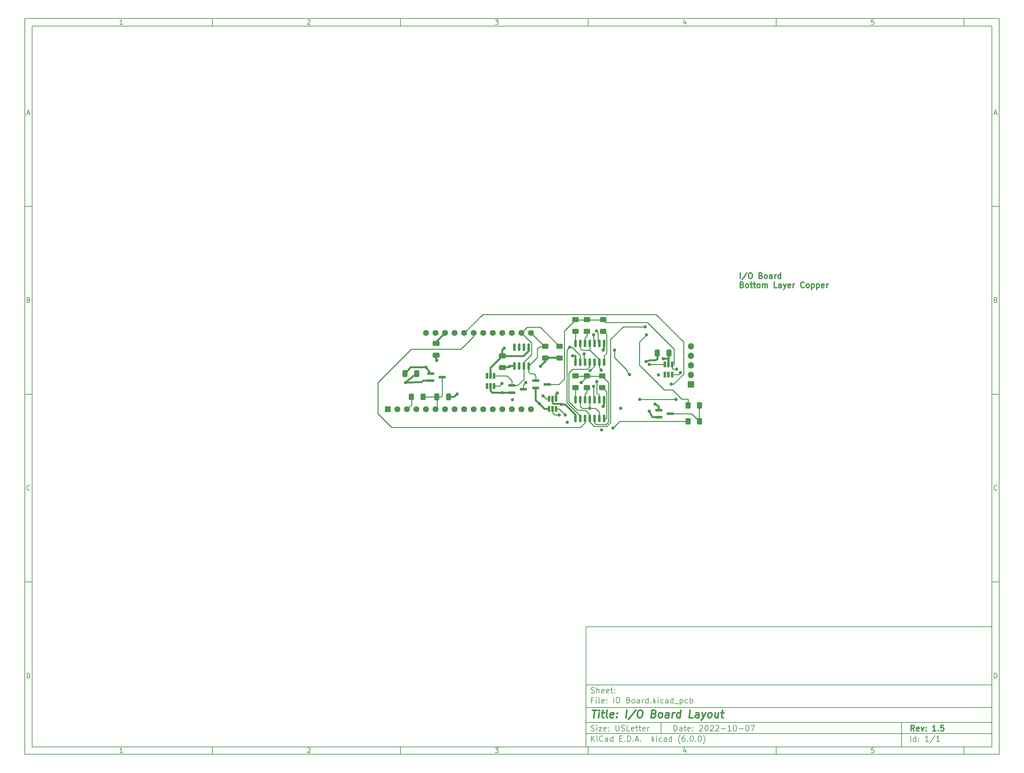
<source format=gbr>
G04 #@! TF.GenerationSoftware,KiCad,Pcbnew,(6.0.0)*
G04 #@! TF.CreationDate,2023-02-09T15:45:20-05:00*
G04 #@! TF.ProjectId,IO Board,494f2042-6f61-4726-942e-6b696361645f,1.5*
G04 #@! TF.SameCoordinates,Original*
G04 #@! TF.FileFunction,Copper,L4,Bot*
G04 #@! TF.FilePolarity,Positive*
%FSLAX46Y46*%
G04 Gerber Fmt 4.6, Leading zero omitted, Abs format (unit mm)*
G04 Created by KiCad (PCBNEW (6.0.0)) date 2023-02-09 15:45:20*
%MOMM*%
%LPD*%
G01*
G04 APERTURE LIST*
G04 Aperture macros list*
%AMRoundRect*
0 Rectangle with rounded corners*
0 $1 Rounding radius*
0 $2 $3 $4 $5 $6 $7 $8 $9 X,Y pos of 4 corners*
0 Add a 4 corners polygon primitive as box body*
4,1,4,$2,$3,$4,$5,$6,$7,$8,$9,$2,$3,0*
0 Add four circle primitives for the rounded corners*
1,1,$1+$1,$2,$3*
1,1,$1+$1,$4,$5*
1,1,$1+$1,$6,$7*
1,1,$1+$1,$8,$9*
0 Add four rect primitives between the rounded corners*
20,1,$1+$1,$2,$3,$4,$5,0*
20,1,$1+$1,$4,$5,$6,$7,0*
20,1,$1+$1,$6,$7,$8,$9,0*
20,1,$1+$1,$8,$9,$2,$3,0*%
G04 Aperture macros list end*
%ADD10C,0.100000*%
%ADD11C,0.150000*%
%ADD12C,0.300000*%
%ADD13C,0.400000*%
G04 #@! TA.AperFunction,NonConductor*
%ADD14C,0.300000*%
G04 #@! TD*
G04 #@! TA.AperFunction,ComponentPad*
%ADD15R,1.600000X1.600000*%
G04 #@! TD*
G04 #@! TA.AperFunction,ComponentPad*
%ADD16C,1.600000*%
G04 #@! TD*
G04 #@! TA.AperFunction,ComponentPad*
%ADD17R,1.700000X1.700000*%
G04 #@! TD*
G04 #@! TA.AperFunction,ComponentPad*
%ADD18O,1.700000X1.700000*%
G04 #@! TD*
G04 #@! TA.AperFunction,SMDPad,CuDef*
%ADD19R,1.900000X0.800000*%
G04 #@! TD*
G04 #@! TA.AperFunction,SMDPad,CuDef*
%ADD20RoundRect,0.250000X-0.625000X0.400000X-0.625000X-0.400000X0.625000X-0.400000X0.625000X0.400000X0*%
G04 #@! TD*
G04 #@! TA.AperFunction,SMDPad,CuDef*
%ADD21RoundRect,0.250000X0.625000X-0.400000X0.625000X0.400000X-0.625000X0.400000X-0.625000X-0.400000X0*%
G04 #@! TD*
G04 #@! TA.AperFunction,SMDPad,CuDef*
%ADD22R,0.650000X1.560000*%
G04 #@! TD*
G04 #@! TA.AperFunction,SMDPad,CuDef*
%ADD23RoundRect,0.250000X-0.412500X-0.650000X0.412500X-0.650000X0.412500X0.650000X-0.412500X0.650000X0*%
G04 #@! TD*
G04 #@! TA.AperFunction,SMDPad,CuDef*
%ADD24RoundRect,0.250000X0.650000X-0.412500X0.650000X0.412500X-0.650000X0.412500X-0.650000X-0.412500X0*%
G04 #@! TD*
G04 #@! TA.AperFunction,SMDPad,CuDef*
%ADD25RoundRect,0.250000X-0.650000X0.412500X-0.650000X-0.412500X0.650000X-0.412500X0.650000X0.412500X0*%
G04 #@! TD*
G04 #@! TA.AperFunction,SMDPad,CuDef*
%ADD26RoundRect,0.250000X0.400000X0.625000X-0.400000X0.625000X-0.400000X-0.625000X0.400000X-0.625000X0*%
G04 #@! TD*
G04 #@! TA.AperFunction,SMDPad,CuDef*
%ADD27RoundRect,0.150000X-0.150000X0.825000X-0.150000X-0.825000X0.150000X-0.825000X0.150000X0.825000X0*%
G04 #@! TD*
G04 #@! TA.AperFunction,SMDPad,CuDef*
%ADD28RoundRect,0.250000X-0.400000X-0.625000X0.400000X-0.625000X0.400000X0.625000X-0.400000X0.625000X0*%
G04 #@! TD*
G04 #@! TA.AperFunction,ViaPad*
%ADD29C,0.889000*%
G04 #@! TD*
G04 #@! TA.AperFunction,Conductor*
%ADD30C,0.508000*%
G04 #@! TD*
G04 #@! TA.AperFunction,Conductor*
%ADD31C,0.254000*%
G04 #@! TD*
G04 APERTURE END LIST*
D10*
D11*
X159400000Y-171900000D02*
X159400000Y-203900000D01*
X267400000Y-203900000D01*
X267400000Y-171900000D01*
X159400000Y-171900000D01*
D10*
D11*
X10000000Y-10000000D02*
X10000000Y-205900000D01*
X269400000Y-205900000D01*
X269400000Y-10000000D01*
X10000000Y-10000000D01*
D10*
D11*
X12000000Y-12000000D02*
X12000000Y-203900000D01*
X267400000Y-203900000D01*
X267400000Y-12000000D01*
X12000000Y-12000000D01*
D10*
D11*
X60000000Y-12000000D02*
X60000000Y-10000000D01*
D10*
D11*
X110000000Y-12000000D02*
X110000000Y-10000000D01*
D10*
D11*
X160000000Y-12000000D02*
X160000000Y-10000000D01*
D10*
D11*
X210000000Y-12000000D02*
X210000000Y-10000000D01*
D10*
D11*
X260000000Y-12000000D02*
X260000000Y-10000000D01*
D10*
D11*
X36065476Y-11588095D02*
X35322619Y-11588095D01*
X35694047Y-11588095D02*
X35694047Y-10288095D01*
X35570238Y-10473809D01*
X35446428Y-10597619D01*
X35322619Y-10659523D01*
D10*
D11*
X85322619Y-10411904D02*
X85384523Y-10350000D01*
X85508333Y-10288095D01*
X85817857Y-10288095D01*
X85941666Y-10350000D01*
X86003571Y-10411904D01*
X86065476Y-10535714D01*
X86065476Y-10659523D01*
X86003571Y-10845238D01*
X85260714Y-11588095D01*
X86065476Y-11588095D01*
D10*
D11*
X135260714Y-10288095D02*
X136065476Y-10288095D01*
X135632142Y-10783333D01*
X135817857Y-10783333D01*
X135941666Y-10845238D01*
X136003571Y-10907142D01*
X136065476Y-11030952D01*
X136065476Y-11340476D01*
X136003571Y-11464285D01*
X135941666Y-11526190D01*
X135817857Y-11588095D01*
X135446428Y-11588095D01*
X135322619Y-11526190D01*
X135260714Y-11464285D01*
D10*
D11*
X185941666Y-10721428D02*
X185941666Y-11588095D01*
X185632142Y-10226190D02*
X185322619Y-11154761D01*
X186127380Y-11154761D01*
D10*
D11*
X236003571Y-10288095D02*
X235384523Y-10288095D01*
X235322619Y-10907142D01*
X235384523Y-10845238D01*
X235508333Y-10783333D01*
X235817857Y-10783333D01*
X235941666Y-10845238D01*
X236003571Y-10907142D01*
X236065476Y-11030952D01*
X236065476Y-11340476D01*
X236003571Y-11464285D01*
X235941666Y-11526190D01*
X235817857Y-11588095D01*
X235508333Y-11588095D01*
X235384523Y-11526190D01*
X235322619Y-11464285D01*
D10*
D11*
X60000000Y-203900000D02*
X60000000Y-205900000D01*
D10*
D11*
X110000000Y-203900000D02*
X110000000Y-205900000D01*
D10*
D11*
X160000000Y-203900000D02*
X160000000Y-205900000D01*
D10*
D11*
X210000000Y-203900000D02*
X210000000Y-205900000D01*
D10*
D11*
X260000000Y-203900000D02*
X260000000Y-205900000D01*
D10*
D11*
X36065476Y-205488095D02*
X35322619Y-205488095D01*
X35694047Y-205488095D02*
X35694047Y-204188095D01*
X35570238Y-204373809D01*
X35446428Y-204497619D01*
X35322619Y-204559523D01*
D10*
D11*
X85322619Y-204311904D02*
X85384523Y-204250000D01*
X85508333Y-204188095D01*
X85817857Y-204188095D01*
X85941666Y-204250000D01*
X86003571Y-204311904D01*
X86065476Y-204435714D01*
X86065476Y-204559523D01*
X86003571Y-204745238D01*
X85260714Y-205488095D01*
X86065476Y-205488095D01*
D10*
D11*
X135260714Y-204188095D02*
X136065476Y-204188095D01*
X135632142Y-204683333D01*
X135817857Y-204683333D01*
X135941666Y-204745238D01*
X136003571Y-204807142D01*
X136065476Y-204930952D01*
X136065476Y-205240476D01*
X136003571Y-205364285D01*
X135941666Y-205426190D01*
X135817857Y-205488095D01*
X135446428Y-205488095D01*
X135322619Y-205426190D01*
X135260714Y-205364285D01*
D10*
D11*
X185941666Y-204621428D02*
X185941666Y-205488095D01*
X185632142Y-204126190D02*
X185322619Y-205054761D01*
X186127380Y-205054761D01*
D10*
D11*
X236003571Y-204188095D02*
X235384523Y-204188095D01*
X235322619Y-204807142D01*
X235384523Y-204745238D01*
X235508333Y-204683333D01*
X235817857Y-204683333D01*
X235941666Y-204745238D01*
X236003571Y-204807142D01*
X236065476Y-204930952D01*
X236065476Y-205240476D01*
X236003571Y-205364285D01*
X235941666Y-205426190D01*
X235817857Y-205488095D01*
X235508333Y-205488095D01*
X235384523Y-205426190D01*
X235322619Y-205364285D01*
D10*
D11*
X10000000Y-60000000D02*
X12000000Y-60000000D01*
D10*
D11*
X10000000Y-110000000D02*
X12000000Y-110000000D01*
D10*
D11*
X10000000Y-160000000D02*
X12000000Y-160000000D01*
D10*
D11*
X10690476Y-35216666D02*
X11309523Y-35216666D01*
X10566666Y-35588095D02*
X11000000Y-34288095D01*
X11433333Y-35588095D01*
D10*
D11*
X11092857Y-84907142D02*
X11278571Y-84969047D01*
X11340476Y-85030952D01*
X11402380Y-85154761D01*
X11402380Y-85340476D01*
X11340476Y-85464285D01*
X11278571Y-85526190D01*
X11154761Y-85588095D01*
X10659523Y-85588095D01*
X10659523Y-84288095D01*
X11092857Y-84288095D01*
X11216666Y-84350000D01*
X11278571Y-84411904D01*
X11340476Y-84535714D01*
X11340476Y-84659523D01*
X11278571Y-84783333D01*
X11216666Y-84845238D01*
X11092857Y-84907142D01*
X10659523Y-84907142D01*
D10*
D11*
X11402380Y-135464285D02*
X11340476Y-135526190D01*
X11154761Y-135588095D01*
X11030952Y-135588095D01*
X10845238Y-135526190D01*
X10721428Y-135402380D01*
X10659523Y-135278571D01*
X10597619Y-135030952D01*
X10597619Y-134845238D01*
X10659523Y-134597619D01*
X10721428Y-134473809D01*
X10845238Y-134350000D01*
X11030952Y-134288095D01*
X11154761Y-134288095D01*
X11340476Y-134350000D01*
X11402380Y-134411904D01*
D10*
D11*
X10659523Y-185588095D02*
X10659523Y-184288095D01*
X10969047Y-184288095D01*
X11154761Y-184350000D01*
X11278571Y-184473809D01*
X11340476Y-184597619D01*
X11402380Y-184845238D01*
X11402380Y-185030952D01*
X11340476Y-185278571D01*
X11278571Y-185402380D01*
X11154761Y-185526190D01*
X10969047Y-185588095D01*
X10659523Y-185588095D01*
D10*
D11*
X269400000Y-60000000D02*
X267400000Y-60000000D01*
D10*
D11*
X269400000Y-110000000D02*
X267400000Y-110000000D01*
D10*
D11*
X269400000Y-160000000D02*
X267400000Y-160000000D01*
D10*
D11*
X268090476Y-35216666D02*
X268709523Y-35216666D01*
X267966666Y-35588095D02*
X268400000Y-34288095D01*
X268833333Y-35588095D01*
D10*
D11*
X268492857Y-84907142D02*
X268678571Y-84969047D01*
X268740476Y-85030952D01*
X268802380Y-85154761D01*
X268802380Y-85340476D01*
X268740476Y-85464285D01*
X268678571Y-85526190D01*
X268554761Y-85588095D01*
X268059523Y-85588095D01*
X268059523Y-84288095D01*
X268492857Y-84288095D01*
X268616666Y-84350000D01*
X268678571Y-84411904D01*
X268740476Y-84535714D01*
X268740476Y-84659523D01*
X268678571Y-84783333D01*
X268616666Y-84845238D01*
X268492857Y-84907142D01*
X268059523Y-84907142D01*
D10*
D11*
X268802380Y-135464285D02*
X268740476Y-135526190D01*
X268554761Y-135588095D01*
X268430952Y-135588095D01*
X268245238Y-135526190D01*
X268121428Y-135402380D01*
X268059523Y-135278571D01*
X267997619Y-135030952D01*
X267997619Y-134845238D01*
X268059523Y-134597619D01*
X268121428Y-134473809D01*
X268245238Y-134350000D01*
X268430952Y-134288095D01*
X268554761Y-134288095D01*
X268740476Y-134350000D01*
X268802380Y-134411904D01*
D10*
D11*
X268059523Y-185588095D02*
X268059523Y-184288095D01*
X268369047Y-184288095D01*
X268554761Y-184350000D01*
X268678571Y-184473809D01*
X268740476Y-184597619D01*
X268802380Y-184845238D01*
X268802380Y-185030952D01*
X268740476Y-185278571D01*
X268678571Y-185402380D01*
X268554761Y-185526190D01*
X268369047Y-185588095D01*
X268059523Y-185588095D01*
D10*
D11*
X182832142Y-199678571D02*
X182832142Y-198178571D01*
X183189285Y-198178571D01*
X183403571Y-198250000D01*
X183546428Y-198392857D01*
X183617857Y-198535714D01*
X183689285Y-198821428D01*
X183689285Y-199035714D01*
X183617857Y-199321428D01*
X183546428Y-199464285D01*
X183403571Y-199607142D01*
X183189285Y-199678571D01*
X182832142Y-199678571D01*
X184975000Y-199678571D02*
X184975000Y-198892857D01*
X184903571Y-198750000D01*
X184760714Y-198678571D01*
X184475000Y-198678571D01*
X184332142Y-198750000D01*
X184975000Y-199607142D02*
X184832142Y-199678571D01*
X184475000Y-199678571D01*
X184332142Y-199607142D01*
X184260714Y-199464285D01*
X184260714Y-199321428D01*
X184332142Y-199178571D01*
X184475000Y-199107142D01*
X184832142Y-199107142D01*
X184975000Y-199035714D01*
X185475000Y-198678571D02*
X186046428Y-198678571D01*
X185689285Y-198178571D02*
X185689285Y-199464285D01*
X185760714Y-199607142D01*
X185903571Y-199678571D01*
X186046428Y-199678571D01*
X187117857Y-199607142D02*
X186975000Y-199678571D01*
X186689285Y-199678571D01*
X186546428Y-199607142D01*
X186475000Y-199464285D01*
X186475000Y-198892857D01*
X186546428Y-198750000D01*
X186689285Y-198678571D01*
X186975000Y-198678571D01*
X187117857Y-198750000D01*
X187189285Y-198892857D01*
X187189285Y-199035714D01*
X186475000Y-199178571D01*
X187832142Y-199535714D02*
X187903571Y-199607142D01*
X187832142Y-199678571D01*
X187760714Y-199607142D01*
X187832142Y-199535714D01*
X187832142Y-199678571D01*
X187832142Y-198750000D02*
X187903571Y-198821428D01*
X187832142Y-198892857D01*
X187760714Y-198821428D01*
X187832142Y-198750000D01*
X187832142Y-198892857D01*
X189617857Y-198321428D02*
X189689285Y-198250000D01*
X189832142Y-198178571D01*
X190189285Y-198178571D01*
X190332142Y-198250000D01*
X190403571Y-198321428D01*
X190475000Y-198464285D01*
X190475000Y-198607142D01*
X190403571Y-198821428D01*
X189546428Y-199678571D01*
X190475000Y-199678571D01*
X191403571Y-198178571D02*
X191546428Y-198178571D01*
X191689285Y-198250000D01*
X191760714Y-198321428D01*
X191832142Y-198464285D01*
X191903571Y-198750000D01*
X191903571Y-199107142D01*
X191832142Y-199392857D01*
X191760714Y-199535714D01*
X191689285Y-199607142D01*
X191546428Y-199678571D01*
X191403571Y-199678571D01*
X191260714Y-199607142D01*
X191189285Y-199535714D01*
X191117857Y-199392857D01*
X191046428Y-199107142D01*
X191046428Y-198750000D01*
X191117857Y-198464285D01*
X191189285Y-198321428D01*
X191260714Y-198250000D01*
X191403571Y-198178571D01*
X192475000Y-198321428D02*
X192546428Y-198250000D01*
X192689285Y-198178571D01*
X193046428Y-198178571D01*
X193189285Y-198250000D01*
X193260714Y-198321428D01*
X193332142Y-198464285D01*
X193332142Y-198607142D01*
X193260714Y-198821428D01*
X192403571Y-199678571D01*
X193332142Y-199678571D01*
X193903571Y-198321428D02*
X193975000Y-198250000D01*
X194117857Y-198178571D01*
X194475000Y-198178571D01*
X194617857Y-198250000D01*
X194689285Y-198321428D01*
X194760714Y-198464285D01*
X194760714Y-198607142D01*
X194689285Y-198821428D01*
X193832142Y-199678571D01*
X194760714Y-199678571D01*
X195403571Y-199107142D02*
X196546428Y-199107142D01*
X198046428Y-199678571D02*
X197189285Y-199678571D01*
X197617857Y-199678571D02*
X197617857Y-198178571D01*
X197475000Y-198392857D01*
X197332142Y-198535714D01*
X197189285Y-198607142D01*
X198975000Y-198178571D02*
X199117857Y-198178571D01*
X199260714Y-198250000D01*
X199332142Y-198321428D01*
X199403571Y-198464285D01*
X199475000Y-198750000D01*
X199475000Y-199107142D01*
X199403571Y-199392857D01*
X199332142Y-199535714D01*
X199260714Y-199607142D01*
X199117857Y-199678571D01*
X198975000Y-199678571D01*
X198832142Y-199607142D01*
X198760714Y-199535714D01*
X198689285Y-199392857D01*
X198617857Y-199107142D01*
X198617857Y-198750000D01*
X198689285Y-198464285D01*
X198760714Y-198321428D01*
X198832142Y-198250000D01*
X198975000Y-198178571D01*
X200117857Y-199107142D02*
X201260714Y-199107142D01*
X202260714Y-198178571D02*
X202403571Y-198178571D01*
X202546428Y-198250000D01*
X202617857Y-198321428D01*
X202689285Y-198464285D01*
X202760714Y-198750000D01*
X202760714Y-199107142D01*
X202689285Y-199392857D01*
X202617857Y-199535714D01*
X202546428Y-199607142D01*
X202403571Y-199678571D01*
X202260714Y-199678571D01*
X202117857Y-199607142D01*
X202046428Y-199535714D01*
X201975000Y-199392857D01*
X201903571Y-199107142D01*
X201903571Y-198750000D01*
X201975000Y-198464285D01*
X202046428Y-198321428D01*
X202117857Y-198250000D01*
X202260714Y-198178571D01*
X203260714Y-198178571D02*
X204260714Y-198178571D01*
X203617857Y-199678571D01*
D10*
D11*
X159400000Y-200400000D02*
X267400000Y-200400000D01*
D10*
D11*
X160832142Y-202478571D02*
X160832142Y-200978571D01*
X161689285Y-202478571D02*
X161046428Y-201621428D01*
X161689285Y-200978571D02*
X160832142Y-201835714D01*
X162332142Y-202478571D02*
X162332142Y-201478571D01*
X162332142Y-200978571D02*
X162260714Y-201050000D01*
X162332142Y-201121428D01*
X162403571Y-201050000D01*
X162332142Y-200978571D01*
X162332142Y-201121428D01*
X163903571Y-202335714D02*
X163832142Y-202407142D01*
X163617857Y-202478571D01*
X163475000Y-202478571D01*
X163260714Y-202407142D01*
X163117857Y-202264285D01*
X163046428Y-202121428D01*
X162975000Y-201835714D01*
X162975000Y-201621428D01*
X163046428Y-201335714D01*
X163117857Y-201192857D01*
X163260714Y-201050000D01*
X163475000Y-200978571D01*
X163617857Y-200978571D01*
X163832142Y-201050000D01*
X163903571Y-201121428D01*
X165189285Y-202478571D02*
X165189285Y-201692857D01*
X165117857Y-201550000D01*
X164975000Y-201478571D01*
X164689285Y-201478571D01*
X164546428Y-201550000D01*
X165189285Y-202407142D02*
X165046428Y-202478571D01*
X164689285Y-202478571D01*
X164546428Y-202407142D01*
X164475000Y-202264285D01*
X164475000Y-202121428D01*
X164546428Y-201978571D01*
X164689285Y-201907142D01*
X165046428Y-201907142D01*
X165189285Y-201835714D01*
X166546428Y-202478571D02*
X166546428Y-200978571D01*
X166546428Y-202407142D02*
X166403571Y-202478571D01*
X166117857Y-202478571D01*
X165975000Y-202407142D01*
X165903571Y-202335714D01*
X165832142Y-202192857D01*
X165832142Y-201764285D01*
X165903571Y-201621428D01*
X165975000Y-201550000D01*
X166117857Y-201478571D01*
X166403571Y-201478571D01*
X166546428Y-201550000D01*
X168403571Y-201692857D02*
X168903571Y-201692857D01*
X169117857Y-202478571D02*
X168403571Y-202478571D01*
X168403571Y-200978571D01*
X169117857Y-200978571D01*
X169760714Y-202335714D02*
X169832142Y-202407142D01*
X169760714Y-202478571D01*
X169689285Y-202407142D01*
X169760714Y-202335714D01*
X169760714Y-202478571D01*
X170475000Y-202478571D02*
X170475000Y-200978571D01*
X170832142Y-200978571D01*
X171046428Y-201050000D01*
X171189285Y-201192857D01*
X171260714Y-201335714D01*
X171332142Y-201621428D01*
X171332142Y-201835714D01*
X171260714Y-202121428D01*
X171189285Y-202264285D01*
X171046428Y-202407142D01*
X170832142Y-202478571D01*
X170475000Y-202478571D01*
X171975000Y-202335714D02*
X172046428Y-202407142D01*
X171975000Y-202478571D01*
X171903571Y-202407142D01*
X171975000Y-202335714D01*
X171975000Y-202478571D01*
X172617857Y-202050000D02*
X173332142Y-202050000D01*
X172475000Y-202478571D02*
X172975000Y-200978571D01*
X173475000Y-202478571D01*
X173975000Y-202335714D02*
X174046428Y-202407142D01*
X173975000Y-202478571D01*
X173903571Y-202407142D01*
X173975000Y-202335714D01*
X173975000Y-202478571D01*
X176975000Y-202478571D02*
X176975000Y-200978571D01*
X177117857Y-201907142D02*
X177546428Y-202478571D01*
X177546428Y-201478571D02*
X176975000Y-202050000D01*
X178189285Y-202478571D02*
X178189285Y-201478571D01*
X178189285Y-200978571D02*
X178117857Y-201050000D01*
X178189285Y-201121428D01*
X178260714Y-201050000D01*
X178189285Y-200978571D01*
X178189285Y-201121428D01*
X179546428Y-202407142D02*
X179403571Y-202478571D01*
X179117857Y-202478571D01*
X178975000Y-202407142D01*
X178903571Y-202335714D01*
X178832142Y-202192857D01*
X178832142Y-201764285D01*
X178903571Y-201621428D01*
X178975000Y-201550000D01*
X179117857Y-201478571D01*
X179403571Y-201478571D01*
X179546428Y-201550000D01*
X180832142Y-202478571D02*
X180832142Y-201692857D01*
X180760714Y-201550000D01*
X180617857Y-201478571D01*
X180332142Y-201478571D01*
X180189285Y-201550000D01*
X180832142Y-202407142D02*
X180689285Y-202478571D01*
X180332142Y-202478571D01*
X180189285Y-202407142D01*
X180117857Y-202264285D01*
X180117857Y-202121428D01*
X180189285Y-201978571D01*
X180332142Y-201907142D01*
X180689285Y-201907142D01*
X180832142Y-201835714D01*
X182189285Y-202478571D02*
X182189285Y-200978571D01*
X182189285Y-202407142D02*
X182046428Y-202478571D01*
X181760714Y-202478571D01*
X181617857Y-202407142D01*
X181546428Y-202335714D01*
X181475000Y-202192857D01*
X181475000Y-201764285D01*
X181546428Y-201621428D01*
X181617857Y-201550000D01*
X181760714Y-201478571D01*
X182046428Y-201478571D01*
X182189285Y-201550000D01*
X184475000Y-203050000D02*
X184403571Y-202978571D01*
X184260714Y-202764285D01*
X184189285Y-202621428D01*
X184117857Y-202407142D01*
X184046428Y-202050000D01*
X184046428Y-201764285D01*
X184117857Y-201407142D01*
X184189285Y-201192857D01*
X184260714Y-201050000D01*
X184403571Y-200835714D01*
X184475000Y-200764285D01*
X185689285Y-200978571D02*
X185403571Y-200978571D01*
X185260714Y-201050000D01*
X185189285Y-201121428D01*
X185046428Y-201335714D01*
X184975000Y-201621428D01*
X184975000Y-202192857D01*
X185046428Y-202335714D01*
X185117857Y-202407142D01*
X185260714Y-202478571D01*
X185546428Y-202478571D01*
X185689285Y-202407142D01*
X185760714Y-202335714D01*
X185832142Y-202192857D01*
X185832142Y-201835714D01*
X185760714Y-201692857D01*
X185689285Y-201621428D01*
X185546428Y-201550000D01*
X185260714Y-201550000D01*
X185117857Y-201621428D01*
X185046428Y-201692857D01*
X184975000Y-201835714D01*
X186475000Y-202335714D02*
X186546428Y-202407142D01*
X186475000Y-202478571D01*
X186403571Y-202407142D01*
X186475000Y-202335714D01*
X186475000Y-202478571D01*
X187475000Y-200978571D02*
X187617857Y-200978571D01*
X187760714Y-201050000D01*
X187832142Y-201121428D01*
X187903571Y-201264285D01*
X187975000Y-201550000D01*
X187975000Y-201907142D01*
X187903571Y-202192857D01*
X187832142Y-202335714D01*
X187760714Y-202407142D01*
X187617857Y-202478571D01*
X187475000Y-202478571D01*
X187332142Y-202407142D01*
X187260714Y-202335714D01*
X187189285Y-202192857D01*
X187117857Y-201907142D01*
X187117857Y-201550000D01*
X187189285Y-201264285D01*
X187260714Y-201121428D01*
X187332142Y-201050000D01*
X187475000Y-200978571D01*
X188617857Y-202335714D02*
X188689285Y-202407142D01*
X188617857Y-202478571D01*
X188546428Y-202407142D01*
X188617857Y-202335714D01*
X188617857Y-202478571D01*
X189617857Y-200978571D02*
X189760714Y-200978571D01*
X189903571Y-201050000D01*
X189975000Y-201121428D01*
X190046428Y-201264285D01*
X190117857Y-201550000D01*
X190117857Y-201907142D01*
X190046428Y-202192857D01*
X189975000Y-202335714D01*
X189903571Y-202407142D01*
X189760714Y-202478571D01*
X189617857Y-202478571D01*
X189475000Y-202407142D01*
X189403571Y-202335714D01*
X189332142Y-202192857D01*
X189260714Y-201907142D01*
X189260714Y-201550000D01*
X189332142Y-201264285D01*
X189403571Y-201121428D01*
X189475000Y-201050000D01*
X189617857Y-200978571D01*
X190617857Y-203050000D02*
X190689285Y-202978571D01*
X190832142Y-202764285D01*
X190903571Y-202621428D01*
X190975000Y-202407142D01*
X191046428Y-202050000D01*
X191046428Y-201764285D01*
X190975000Y-201407142D01*
X190903571Y-201192857D01*
X190832142Y-201050000D01*
X190689285Y-200835714D01*
X190617857Y-200764285D01*
D10*
D11*
X159400000Y-197400000D02*
X267400000Y-197400000D01*
D10*
D12*
X246809285Y-199678571D02*
X246309285Y-198964285D01*
X245952142Y-199678571D02*
X245952142Y-198178571D01*
X246523571Y-198178571D01*
X246666428Y-198250000D01*
X246737857Y-198321428D01*
X246809285Y-198464285D01*
X246809285Y-198678571D01*
X246737857Y-198821428D01*
X246666428Y-198892857D01*
X246523571Y-198964285D01*
X245952142Y-198964285D01*
X248023571Y-199607142D02*
X247880714Y-199678571D01*
X247595000Y-199678571D01*
X247452142Y-199607142D01*
X247380714Y-199464285D01*
X247380714Y-198892857D01*
X247452142Y-198750000D01*
X247595000Y-198678571D01*
X247880714Y-198678571D01*
X248023571Y-198750000D01*
X248095000Y-198892857D01*
X248095000Y-199035714D01*
X247380714Y-199178571D01*
X248595000Y-198678571D02*
X248952142Y-199678571D01*
X249309285Y-198678571D01*
X249880714Y-199535714D02*
X249952142Y-199607142D01*
X249880714Y-199678571D01*
X249809285Y-199607142D01*
X249880714Y-199535714D01*
X249880714Y-199678571D01*
X249880714Y-198750000D02*
X249952142Y-198821428D01*
X249880714Y-198892857D01*
X249809285Y-198821428D01*
X249880714Y-198750000D01*
X249880714Y-198892857D01*
X252523571Y-199678571D02*
X251666428Y-199678571D01*
X252095000Y-199678571D02*
X252095000Y-198178571D01*
X251952142Y-198392857D01*
X251809285Y-198535714D01*
X251666428Y-198607142D01*
X253166428Y-199535714D02*
X253237857Y-199607142D01*
X253166428Y-199678571D01*
X253095000Y-199607142D01*
X253166428Y-199535714D01*
X253166428Y-199678571D01*
X254595000Y-198178571D02*
X253880714Y-198178571D01*
X253809285Y-198892857D01*
X253880714Y-198821428D01*
X254023571Y-198750000D01*
X254380714Y-198750000D01*
X254523571Y-198821428D01*
X254595000Y-198892857D01*
X254666428Y-199035714D01*
X254666428Y-199392857D01*
X254595000Y-199535714D01*
X254523571Y-199607142D01*
X254380714Y-199678571D01*
X254023571Y-199678571D01*
X253880714Y-199607142D01*
X253809285Y-199535714D01*
D10*
D11*
X160760714Y-199607142D02*
X160975000Y-199678571D01*
X161332142Y-199678571D01*
X161475000Y-199607142D01*
X161546428Y-199535714D01*
X161617857Y-199392857D01*
X161617857Y-199250000D01*
X161546428Y-199107142D01*
X161475000Y-199035714D01*
X161332142Y-198964285D01*
X161046428Y-198892857D01*
X160903571Y-198821428D01*
X160832142Y-198750000D01*
X160760714Y-198607142D01*
X160760714Y-198464285D01*
X160832142Y-198321428D01*
X160903571Y-198250000D01*
X161046428Y-198178571D01*
X161403571Y-198178571D01*
X161617857Y-198250000D01*
X162260714Y-199678571D02*
X162260714Y-198678571D01*
X162260714Y-198178571D02*
X162189285Y-198250000D01*
X162260714Y-198321428D01*
X162332142Y-198250000D01*
X162260714Y-198178571D01*
X162260714Y-198321428D01*
X162832142Y-198678571D02*
X163617857Y-198678571D01*
X162832142Y-199678571D01*
X163617857Y-199678571D01*
X164760714Y-199607142D02*
X164617857Y-199678571D01*
X164332142Y-199678571D01*
X164189285Y-199607142D01*
X164117857Y-199464285D01*
X164117857Y-198892857D01*
X164189285Y-198750000D01*
X164332142Y-198678571D01*
X164617857Y-198678571D01*
X164760714Y-198750000D01*
X164832142Y-198892857D01*
X164832142Y-199035714D01*
X164117857Y-199178571D01*
X165475000Y-199535714D02*
X165546428Y-199607142D01*
X165475000Y-199678571D01*
X165403571Y-199607142D01*
X165475000Y-199535714D01*
X165475000Y-199678571D01*
X165475000Y-198750000D02*
X165546428Y-198821428D01*
X165475000Y-198892857D01*
X165403571Y-198821428D01*
X165475000Y-198750000D01*
X165475000Y-198892857D01*
X167332142Y-198178571D02*
X167332142Y-199392857D01*
X167403571Y-199535714D01*
X167475000Y-199607142D01*
X167617857Y-199678571D01*
X167903571Y-199678571D01*
X168046428Y-199607142D01*
X168117857Y-199535714D01*
X168189285Y-199392857D01*
X168189285Y-198178571D01*
X168832142Y-199607142D02*
X169046428Y-199678571D01*
X169403571Y-199678571D01*
X169546428Y-199607142D01*
X169617857Y-199535714D01*
X169689285Y-199392857D01*
X169689285Y-199250000D01*
X169617857Y-199107142D01*
X169546428Y-199035714D01*
X169403571Y-198964285D01*
X169117857Y-198892857D01*
X168975000Y-198821428D01*
X168903571Y-198750000D01*
X168832142Y-198607142D01*
X168832142Y-198464285D01*
X168903571Y-198321428D01*
X168975000Y-198250000D01*
X169117857Y-198178571D01*
X169475000Y-198178571D01*
X169689285Y-198250000D01*
X171046428Y-199678571D02*
X170332142Y-199678571D01*
X170332142Y-198178571D01*
X172117857Y-199607142D02*
X171975000Y-199678571D01*
X171689285Y-199678571D01*
X171546428Y-199607142D01*
X171475000Y-199464285D01*
X171475000Y-198892857D01*
X171546428Y-198750000D01*
X171689285Y-198678571D01*
X171975000Y-198678571D01*
X172117857Y-198750000D01*
X172189285Y-198892857D01*
X172189285Y-199035714D01*
X171475000Y-199178571D01*
X172617857Y-198678571D02*
X173189285Y-198678571D01*
X172832142Y-198178571D02*
X172832142Y-199464285D01*
X172903571Y-199607142D01*
X173046428Y-199678571D01*
X173189285Y-199678571D01*
X173475000Y-198678571D02*
X174046428Y-198678571D01*
X173689285Y-198178571D02*
X173689285Y-199464285D01*
X173760714Y-199607142D01*
X173903571Y-199678571D01*
X174046428Y-199678571D01*
X175117857Y-199607142D02*
X174975000Y-199678571D01*
X174689285Y-199678571D01*
X174546428Y-199607142D01*
X174475000Y-199464285D01*
X174475000Y-198892857D01*
X174546428Y-198750000D01*
X174689285Y-198678571D01*
X174975000Y-198678571D01*
X175117857Y-198750000D01*
X175189285Y-198892857D01*
X175189285Y-199035714D01*
X174475000Y-199178571D01*
X175832142Y-199678571D02*
X175832142Y-198678571D01*
X175832142Y-198964285D02*
X175903571Y-198821428D01*
X175975000Y-198750000D01*
X176117857Y-198678571D01*
X176260714Y-198678571D01*
D10*
D11*
X245832142Y-202478571D02*
X245832142Y-200978571D01*
X247189285Y-202478571D02*
X247189285Y-200978571D01*
X247189285Y-202407142D02*
X247046428Y-202478571D01*
X246760714Y-202478571D01*
X246617857Y-202407142D01*
X246546428Y-202335714D01*
X246475000Y-202192857D01*
X246475000Y-201764285D01*
X246546428Y-201621428D01*
X246617857Y-201550000D01*
X246760714Y-201478571D01*
X247046428Y-201478571D01*
X247189285Y-201550000D01*
X247903571Y-202335714D02*
X247975000Y-202407142D01*
X247903571Y-202478571D01*
X247832142Y-202407142D01*
X247903571Y-202335714D01*
X247903571Y-202478571D01*
X247903571Y-201550000D02*
X247975000Y-201621428D01*
X247903571Y-201692857D01*
X247832142Y-201621428D01*
X247903571Y-201550000D01*
X247903571Y-201692857D01*
X250546428Y-202478571D02*
X249689285Y-202478571D01*
X250117857Y-202478571D02*
X250117857Y-200978571D01*
X249975000Y-201192857D01*
X249832142Y-201335714D01*
X249689285Y-201407142D01*
X252260714Y-200907142D02*
X250975000Y-202835714D01*
X253546428Y-202478571D02*
X252689285Y-202478571D01*
X253117857Y-202478571D02*
X253117857Y-200978571D01*
X252975000Y-201192857D01*
X252832142Y-201335714D01*
X252689285Y-201407142D01*
D10*
D11*
X159400000Y-193400000D02*
X267400000Y-193400000D01*
D10*
D13*
X161112380Y-194104761D02*
X162255238Y-194104761D01*
X161433809Y-196104761D02*
X161683809Y-194104761D01*
X162671904Y-196104761D02*
X162838571Y-194771428D01*
X162921904Y-194104761D02*
X162814761Y-194200000D01*
X162898095Y-194295238D01*
X163005238Y-194200000D01*
X162921904Y-194104761D01*
X162898095Y-194295238D01*
X163505238Y-194771428D02*
X164267142Y-194771428D01*
X163874285Y-194104761D02*
X163660000Y-195819047D01*
X163731428Y-196009523D01*
X163910000Y-196104761D01*
X164100476Y-196104761D01*
X165052857Y-196104761D02*
X164874285Y-196009523D01*
X164802857Y-195819047D01*
X165017142Y-194104761D01*
X166588571Y-196009523D02*
X166386190Y-196104761D01*
X166005238Y-196104761D01*
X165826666Y-196009523D01*
X165755238Y-195819047D01*
X165850476Y-195057142D01*
X165969523Y-194866666D01*
X166171904Y-194771428D01*
X166552857Y-194771428D01*
X166731428Y-194866666D01*
X166802857Y-195057142D01*
X166779047Y-195247619D01*
X165802857Y-195438095D01*
X167552857Y-195914285D02*
X167636190Y-196009523D01*
X167529047Y-196104761D01*
X167445714Y-196009523D01*
X167552857Y-195914285D01*
X167529047Y-196104761D01*
X167683809Y-194866666D02*
X167767142Y-194961904D01*
X167660000Y-195057142D01*
X167576666Y-194961904D01*
X167683809Y-194866666D01*
X167660000Y-195057142D01*
X170005238Y-196104761D02*
X170255238Y-194104761D01*
X172648095Y-194009523D02*
X170612380Y-196580952D01*
X173683809Y-194104761D02*
X174064761Y-194104761D01*
X174243333Y-194200000D01*
X174410000Y-194390476D01*
X174457619Y-194771428D01*
X174374285Y-195438095D01*
X174231428Y-195819047D01*
X174017142Y-196009523D01*
X173814761Y-196104761D01*
X173433809Y-196104761D01*
X173255238Y-196009523D01*
X173088571Y-195819047D01*
X173040952Y-195438095D01*
X173124285Y-194771428D01*
X173267142Y-194390476D01*
X173481428Y-194200000D01*
X173683809Y-194104761D01*
X177469523Y-195057142D02*
X177743333Y-195152380D01*
X177826666Y-195247619D01*
X177898095Y-195438095D01*
X177862380Y-195723809D01*
X177743333Y-195914285D01*
X177636190Y-196009523D01*
X177433809Y-196104761D01*
X176671904Y-196104761D01*
X176921904Y-194104761D01*
X177588571Y-194104761D01*
X177767142Y-194200000D01*
X177850476Y-194295238D01*
X177921904Y-194485714D01*
X177898095Y-194676190D01*
X177779047Y-194866666D01*
X177671904Y-194961904D01*
X177469523Y-195057142D01*
X176802857Y-195057142D01*
X178957619Y-196104761D02*
X178779047Y-196009523D01*
X178695714Y-195914285D01*
X178624285Y-195723809D01*
X178695714Y-195152380D01*
X178814761Y-194961904D01*
X178921904Y-194866666D01*
X179124285Y-194771428D01*
X179410000Y-194771428D01*
X179588571Y-194866666D01*
X179671904Y-194961904D01*
X179743333Y-195152380D01*
X179671904Y-195723809D01*
X179552857Y-195914285D01*
X179445714Y-196009523D01*
X179243333Y-196104761D01*
X178957619Y-196104761D01*
X181338571Y-196104761D02*
X181469523Y-195057142D01*
X181398095Y-194866666D01*
X181219523Y-194771428D01*
X180838571Y-194771428D01*
X180636190Y-194866666D01*
X181350476Y-196009523D02*
X181148095Y-196104761D01*
X180671904Y-196104761D01*
X180493333Y-196009523D01*
X180421904Y-195819047D01*
X180445714Y-195628571D01*
X180564761Y-195438095D01*
X180767142Y-195342857D01*
X181243333Y-195342857D01*
X181445714Y-195247619D01*
X182290952Y-196104761D02*
X182457619Y-194771428D01*
X182410000Y-195152380D02*
X182529047Y-194961904D01*
X182636190Y-194866666D01*
X182838571Y-194771428D01*
X183029047Y-194771428D01*
X184386190Y-196104761D02*
X184636190Y-194104761D01*
X184398095Y-196009523D02*
X184195714Y-196104761D01*
X183814761Y-196104761D01*
X183636190Y-196009523D01*
X183552857Y-195914285D01*
X183481428Y-195723809D01*
X183552857Y-195152380D01*
X183671904Y-194961904D01*
X183779047Y-194866666D01*
X183981428Y-194771428D01*
X184362380Y-194771428D01*
X184540952Y-194866666D01*
X187814761Y-196104761D02*
X186862380Y-196104761D01*
X187112380Y-194104761D01*
X189338571Y-196104761D02*
X189469523Y-195057142D01*
X189398095Y-194866666D01*
X189219523Y-194771428D01*
X188838571Y-194771428D01*
X188636190Y-194866666D01*
X189350476Y-196009523D02*
X189148095Y-196104761D01*
X188671904Y-196104761D01*
X188493333Y-196009523D01*
X188421904Y-195819047D01*
X188445714Y-195628571D01*
X188564761Y-195438095D01*
X188767142Y-195342857D01*
X189243333Y-195342857D01*
X189445714Y-195247619D01*
X190267142Y-194771428D02*
X190576666Y-196104761D01*
X191219523Y-194771428D02*
X190576666Y-196104761D01*
X190326666Y-196580952D01*
X190219523Y-196676190D01*
X190017142Y-196771428D01*
X192100476Y-196104761D02*
X191921904Y-196009523D01*
X191838571Y-195914285D01*
X191767142Y-195723809D01*
X191838571Y-195152380D01*
X191957619Y-194961904D01*
X192064761Y-194866666D01*
X192267142Y-194771428D01*
X192552857Y-194771428D01*
X192731428Y-194866666D01*
X192814761Y-194961904D01*
X192886190Y-195152380D01*
X192814761Y-195723809D01*
X192695714Y-195914285D01*
X192588571Y-196009523D01*
X192386190Y-196104761D01*
X192100476Y-196104761D01*
X194648095Y-194771428D02*
X194481428Y-196104761D01*
X193790952Y-194771428D02*
X193660000Y-195819047D01*
X193731428Y-196009523D01*
X193910000Y-196104761D01*
X194195714Y-196104761D01*
X194398095Y-196009523D01*
X194505238Y-195914285D01*
X195314761Y-194771428D02*
X196076666Y-194771428D01*
X195683809Y-194104761D02*
X195469523Y-195819047D01*
X195540952Y-196009523D01*
X195719523Y-196104761D01*
X195910000Y-196104761D01*
D10*
D11*
X161332142Y-191492857D02*
X160832142Y-191492857D01*
X160832142Y-192278571D02*
X160832142Y-190778571D01*
X161546428Y-190778571D01*
X162117857Y-192278571D02*
X162117857Y-191278571D01*
X162117857Y-190778571D02*
X162046428Y-190850000D01*
X162117857Y-190921428D01*
X162189285Y-190850000D01*
X162117857Y-190778571D01*
X162117857Y-190921428D01*
X163046428Y-192278571D02*
X162903571Y-192207142D01*
X162832142Y-192064285D01*
X162832142Y-190778571D01*
X164189285Y-192207142D02*
X164046428Y-192278571D01*
X163760714Y-192278571D01*
X163617857Y-192207142D01*
X163546428Y-192064285D01*
X163546428Y-191492857D01*
X163617857Y-191350000D01*
X163760714Y-191278571D01*
X164046428Y-191278571D01*
X164189285Y-191350000D01*
X164260714Y-191492857D01*
X164260714Y-191635714D01*
X163546428Y-191778571D01*
X164903571Y-192135714D02*
X164975000Y-192207142D01*
X164903571Y-192278571D01*
X164832142Y-192207142D01*
X164903571Y-192135714D01*
X164903571Y-192278571D01*
X164903571Y-191350000D02*
X164975000Y-191421428D01*
X164903571Y-191492857D01*
X164832142Y-191421428D01*
X164903571Y-191350000D01*
X164903571Y-191492857D01*
X166760714Y-192278571D02*
X166760714Y-190778571D01*
X167760714Y-190778571D02*
X168046428Y-190778571D01*
X168189285Y-190850000D01*
X168332142Y-190992857D01*
X168403571Y-191278571D01*
X168403571Y-191778571D01*
X168332142Y-192064285D01*
X168189285Y-192207142D01*
X168046428Y-192278571D01*
X167760714Y-192278571D01*
X167617857Y-192207142D01*
X167475000Y-192064285D01*
X167403571Y-191778571D01*
X167403571Y-191278571D01*
X167475000Y-190992857D01*
X167617857Y-190850000D01*
X167760714Y-190778571D01*
X170689285Y-191492857D02*
X170903571Y-191564285D01*
X170975000Y-191635714D01*
X171046428Y-191778571D01*
X171046428Y-191992857D01*
X170975000Y-192135714D01*
X170903571Y-192207142D01*
X170760714Y-192278571D01*
X170189285Y-192278571D01*
X170189285Y-190778571D01*
X170689285Y-190778571D01*
X170832142Y-190850000D01*
X170903571Y-190921428D01*
X170975000Y-191064285D01*
X170975000Y-191207142D01*
X170903571Y-191350000D01*
X170832142Y-191421428D01*
X170689285Y-191492857D01*
X170189285Y-191492857D01*
X171903571Y-192278571D02*
X171760714Y-192207142D01*
X171689285Y-192135714D01*
X171617857Y-191992857D01*
X171617857Y-191564285D01*
X171689285Y-191421428D01*
X171760714Y-191350000D01*
X171903571Y-191278571D01*
X172117857Y-191278571D01*
X172260714Y-191350000D01*
X172332142Y-191421428D01*
X172403571Y-191564285D01*
X172403571Y-191992857D01*
X172332142Y-192135714D01*
X172260714Y-192207142D01*
X172117857Y-192278571D01*
X171903571Y-192278571D01*
X173689285Y-192278571D02*
X173689285Y-191492857D01*
X173617857Y-191350000D01*
X173475000Y-191278571D01*
X173189285Y-191278571D01*
X173046428Y-191350000D01*
X173689285Y-192207142D02*
X173546428Y-192278571D01*
X173189285Y-192278571D01*
X173046428Y-192207142D01*
X172975000Y-192064285D01*
X172975000Y-191921428D01*
X173046428Y-191778571D01*
X173189285Y-191707142D01*
X173546428Y-191707142D01*
X173689285Y-191635714D01*
X174403571Y-192278571D02*
X174403571Y-191278571D01*
X174403571Y-191564285D02*
X174475000Y-191421428D01*
X174546428Y-191350000D01*
X174689285Y-191278571D01*
X174832142Y-191278571D01*
X175975000Y-192278571D02*
X175975000Y-190778571D01*
X175975000Y-192207142D02*
X175832142Y-192278571D01*
X175546428Y-192278571D01*
X175403571Y-192207142D01*
X175332142Y-192135714D01*
X175260714Y-191992857D01*
X175260714Y-191564285D01*
X175332142Y-191421428D01*
X175403571Y-191350000D01*
X175546428Y-191278571D01*
X175832142Y-191278571D01*
X175975000Y-191350000D01*
X176689285Y-192135714D02*
X176760714Y-192207142D01*
X176689285Y-192278571D01*
X176617857Y-192207142D01*
X176689285Y-192135714D01*
X176689285Y-192278571D01*
X177403571Y-192278571D02*
X177403571Y-190778571D01*
X177546428Y-191707142D02*
X177975000Y-192278571D01*
X177975000Y-191278571D02*
X177403571Y-191850000D01*
X178617857Y-192278571D02*
X178617857Y-191278571D01*
X178617857Y-190778571D02*
X178546428Y-190850000D01*
X178617857Y-190921428D01*
X178689285Y-190850000D01*
X178617857Y-190778571D01*
X178617857Y-190921428D01*
X179975000Y-192207142D02*
X179832142Y-192278571D01*
X179546428Y-192278571D01*
X179403571Y-192207142D01*
X179332142Y-192135714D01*
X179260714Y-191992857D01*
X179260714Y-191564285D01*
X179332142Y-191421428D01*
X179403571Y-191350000D01*
X179546428Y-191278571D01*
X179832142Y-191278571D01*
X179975000Y-191350000D01*
X181260714Y-192278571D02*
X181260714Y-191492857D01*
X181189285Y-191350000D01*
X181046428Y-191278571D01*
X180760714Y-191278571D01*
X180617857Y-191350000D01*
X181260714Y-192207142D02*
X181117857Y-192278571D01*
X180760714Y-192278571D01*
X180617857Y-192207142D01*
X180546428Y-192064285D01*
X180546428Y-191921428D01*
X180617857Y-191778571D01*
X180760714Y-191707142D01*
X181117857Y-191707142D01*
X181260714Y-191635714D01*
X182617857Y-192278571D02*
X182617857Y-190778571D01*
X182617857Y-192207142D02*
X182475000Y-192278571D01*
X182189285Y-192278571D01*
X182046428Y-192207142D01*
X181975000Y-192135714D01*
X181903571Y-191992857D01*
X181903571Y-191564285D01*
X181975000Y-191421428D01*
X182046428Y-191350000D01*
X182189285Y-191278571D01*
X182475000Y-191278571D01*
X182617857Y-191350000D01*
X182975000Y-192421428D02*
X184117857Y-192421428D01*
X184475000Y-191278571D02*
X184475000Y-192778571D01*
X184475000Y-191350000D02*
X184617857Y-191278571D01*
X184903571Y-191278571D01*
X185046428Y-191350000D01*
X185117857Y-191421428D01*
X185189285Y-191564285D01*
X185189285Y-191992857D01*
X185117857Y-192135714D01*
X185046428Y-192207142D01*
X184903571Y-192278571D01*
X184617857Y-192278571D01*
X184475000Y-192207142D01*
X186475000Y-192207142D02*
X186332142Y-192278571D01*
X186046428Y-192278571D01*
X185903571Y-192207142D01*
X185832142Y-192135714D01*
X185760714Y-191992857D01*
X185760714Y-191564285D01*
X185832142Y-191421428D01*
X185903571Y-191350000D01*
X186046428Y-191278571D01*
X186332142Y-191278571D01*
X186475000Y-191350000D01*
X187117857Y-192278571D02*
X187117857Y-190778571D01*
X187117857Y-191350000D02*
X187260714Y-191278571D01*
X187546428Y-191278571D01*
X187689285Y-191350000D01*
X187760714Y-191421428D01*
X187832142Y-191564285D01*
X187832142Y-191992857D01*
X187760714Y-192135714D01*
X187689285Y-192207142D01*
X187546428Y-192278571D01*
X187260714Y-192278571D01*
X187117857Y-192207142D01*
D10*
D11*
X159400000Y-187400000D02*
X267400000Y-187400000D01*
D10*
D11*
X160760714Y-189507142D02*
X160975000Y-189578571D01*
X161332142Y-189578571D01*
X161475000Y-189507142D01*
X161546428Y-189435714D01*
X161617857Y-189292857D01*
X161617857Y-189150000D01*
X161546428Y-189007142D01*
X161475000Y-188935714D01*
X161332142Y-188864285D01*
X161046428Y-188792857D01*
X160903571Y-188721428D01*
X160832142Y-188650000D01*
X160760714Y-188507142D01*
X160760714Y-188364285D01*
X160832142Y-188221428D01*
X160903571Y-188150000D01*
X161046428Y-188078571D01*
X161403571Y-188078571D01*
X161617857Y-188150000D01*
X162260714Y-189578571D02*
X162260714Y-188078571D01*
X162903571Y-189578571D02*
X162903571Y-188792857D01*
X162832142Y-188650000D01*
X162689285Y-188578571D01*
X162475000Y-188578571D01*
X162332142Y-188650000D01*
X162260714Y-188721428D01*
X164189285Y-189507142D02*
X164046428Y-189578571D01*
X163760714Y-189578571D01*
X163617857Y-189507142D01*
X163546428Y-189364285D01*
X163546428Y-188792857D01*
X163617857Y-188650000D01*
X163760714Y-188578571D01*
X164046428Y-188578571D01*
X164189285Y-188650000D01*
X164260714Y-188792857D01*
X164260714Y-188935714D01*
X163546428Y-189078571D01*
X165475000Y-189507142D02*
X165332142Y-189578571D01*
X165046428Y-189578571D01*
X164903571Y-189507142D01*
X164832142Y-189364285D01*
X164832142Y-188792857D01*
X164903571Y-188650000D01*
X165046428Y-188578571D01*
X165332142Y-188578571D01*
X165475000Y-188650000D01*
X165546428Y-188792857D01*
X165546428Y-188935714D01*
X164832142Y-189078571D01*
X165975000Y-188578571D02*
X166546428Y-188578571D01*
X166189285Y-188078571D02*
X166189285Y-189364285D01*
X166260714Y-189507142D01*
X166403571Y-189578571D01*
X166546428Y-189578571D01*
X167046428Y-189435714D02*
X167117857Y-189507142D01*
X167046428Y-189578571D01*
X166975000Y-189507142D01*
X167046428Y-189435714D01*
X167046428Y-189578571D01*
X167046428Y-188650000D02*
X167117857Y-188721428D01*
X167046428Y-188792857D01*
X166975000Y-188721428D01*
X167046428Y-188650000D01*
X167046428Y-188792857D01*
D10*
D12*
D10*
D11*
D10*
D11*
D10*
D11*
D10*
D11*
D10*
D11*
X179400000Y-197400000D02*
X179400000Y-200400000D01*
D10*
D11*
X243400000Y-197400000D02*
X243400000Y-203900000D01*
D12*
D14*
X200450142Y-79227071D02*
X200450142Y-77727071D01*
X202235857Y-77655642D02*
X200950142Y-79584214D01*
X203021571Y-77727071D02*
X203307285Y-77727071D01*
X203450142Y-77798500D01*
X203593000Y-77941357D01*
X203664428Y-78227071D01*
X203664428Y-78727071D01*
X203593000Y-79012785D01*
X203450142Y-79155642D01*
X203307285Y-79227071D01*
X203021571Y-79227071D01*
X202878714Y-79155642D01*
X202735857Y-79012785D01*
X202664428Y-78727071D01*
X202664428Y-78227071D01*
X202735857Y-77941357D01*
X202878714Y-77798500D01*
X203021571Y-77727071D01*
X205950142Y-78441357D02*
X206164428Y-78512785D01*
X206235857Y-78584214D01*
X206307285Y-78727071D01*
X206307285Y-78941357D01*
X206235857Y-79084214D01*
X206164428Y-79155642D01*
X206021571Y-79227071D01*
X205450142Y-79227071D01*
X205450142Y-77727071D01*
X205950142Y-77727071D01*
X206093000Y-77798500D01*
X206164428Y-77869928D01*
X206235857Y-78012785D01*
X206235857Y-78155642D01*
X206164428Y-78298500D01*
X206093000Y-78369928D01*
X205950142Y-78441357D01*
X205450142Y-78441357D01*
X207164428Y-79227071D02*
X207021571Y-79155642D01*
X206950142Y-79084214D01*
X206878714Y-78941357D01*
X206878714Y-78512785D01*
X206950142Y-78369928D01*
X207021571Y-78298500D01*
X207164428Y-78227071D01*
X207378714Y-78227071D01*
X207521571Y-78298500D01*
X207593000Y-78369928D01*
X207664428Y-78512785D01*
X207664428Y-78941357D01*
X207593000Y-79084214D01*
X207521571Y-79155642D01*
X207378714Y-79227071D01*
X207164428Y-79227071D01*
X208950142Y-79227071D02*
X208950142Y-78441357D01*
X208878714Y-78298500D01*
X208735857Y-78227071D01*
X208450142Y-78227071D01*
X208307285Y-78298500D01*
X208950142Y-79155642D02*
X208807285Y-79227071D01*
X208450142Y-79227071D01*
X208307285Y-79155642D01*
X208235857Y-79012785D01*
X208235857Y-78869928D01*
X208307285Y-78727071D01*
X208450142Y-78655642D01*
X208807285Y-78655642D01*
X208950142Y-78584214D01*
X209664428Y-79227071D02*
X209664428Y-78227071D01*
X209664428Y-78512785D02*
X209735857Y-78369928D01*
X209807285Y-78298500D01*
X209950142Y-78227071D01*
X210093000Y-78227071D01*
X211235857Y-79227071D02*
X211235857Y-77727071D01*
X211235857Y-79155642D02*
X211093000Y-79227071D01*
X210807285Y-79227071D01*
X210664428Y-79155642D01*
X210593000Y-79084214D01*
X210521571Y-78941357D01*
X210521571Y-78512785D01*
X210593000Y-78369928D01*
X210664428Y-78298500D01*
X210807285Y-78227071D01*
X211093000Y-78227071D01*
X211235857Y-78298500D01*
X200950142Y-80856357D02*
X201164428Y-80927785D01*
X201235857Y-80999214D01*
X201307285Y-81142071D01*
X201307285Y-81356357D01*
X201235857Y-81499214D01*
X201164428Y-81570642D01*
X201021571Y-81642071D01*
X200450142Y-81642071D01*
X200450142Y-80142071D01*
X200950142Y-80142071D01*
X201093000Y-80213500D01*
X201164428Y-80284928D01*
X201235857Y-80427785D01*
X201235857Y-80570642D01*
X201164428Y-80713500D01*
X201093000Y-80784928D01*
X200950142Y-80856357D01*
X200450142Y-80856357D01*
X202164428Y-81642071D02*
X202021571Y-81570642D01*
X201950142Y-81499214D01*
X201878714Y-81356357D01*
X201878714Y-80927785D01*
X201950142Y-80784928D01*
X202021571Y-80713500D01*
X202164428Y-80642071D01*
X202378714Y-80642071D01*
X202521571Y-80713500D01*
X202593000Y-80784928D01*
X202664428Y-80927785D01*
X202664428Y-81356357D01*
X202593000Y-81499214D01*
X202521571Y-81570642D01*
X202378714Y-81642071D01*
X202164428Y-81642071D01*
X203093000Y-80642071D02*
X203664428Y-80642071D01*
X203307285Y-80142071D02*
X203307285Y-81427785D01*
X203378714Y-81570642D01*
X203521571Y-81642071D01*
X203664428Y-81642071D01*
X203950142Y-80642071D02*
X204521571Y-80642071D01*
X204164428Y-80142071D02*
X204164428Y-81427785D01*
X204235857Y-81570642D01*
X204378714Y-81642071D01*
X204521571Y-81642071D01*
X205235857Y-81642071D02*
X205093000Y-81570642D01*
X205021571Y-81499214D01*
X204950142Y-81356357D01*
X204950142Y-80927785D01*
X205021571Y-80784928D01*
X205093000Y-80713500D01*
X205235857Y-80642071D01*
X205450142Y-80642071D01*
X205593000Y-80713500D01*
X205664428Y-80784928D01*
X205735857Y-80927785D01*
X205735857Y-81356357D01*
X205664428Y-81499214D01*
X205593000Y-81570642D01*
X205450142Y-81642071D01*
X205235857Y-81642071D01*
X206378714Y-81642071D02*
X206378714Y-80642071D01*
X206378714Y-80784928D02*
X206450142Y-80713500D01*
X206593000Y-80642071D01*
X206807285Y-80642071D01*
X206950142Y-80713500D01*
X207021571Y-80856357D01*
X207021571Y-81642071D01*
X207021571Y-80856357D02*
X207093000Y-80713500D01*
X207235857Y-80642071D01*
X207450142Y-80642071D01*
X207593000Y-80713500D01*
X207664428Y-80856357D01*
X207664428Y-81642071D01*
X210235857Y-81642071D02*
X209521571Y-81642071D01*
X209521571Y-80142071D01*
X211378714Y-81642071D02*
X211378714Y-80856357D01*
X211307285Y-80713500D01*
X211164428Y-80642071D01*
X210878714Y-80642071D01*
X210735857Y-80713500D01*
X211378714Y-81570642D02*
X211235857Y-81642071D01*
X210878714Y-81642071D01*
X210735857Y-81570642D01*
X210664428Y-81427785D01*
X210664428Y-81284928D01*
X210735857Y-81142071D01*
X210878714Y-81070642D01*
X211235857Y-81070642D01*
X211378714Y-80999214D01*
X211950142Y-80642071D02*
X212307285Y-81642071D01*
X212664428Y-80642071D02*
X212307285Y-81642071D01*
X212164428Y-81999214D01*
X212093000Y-82070642D01*
X211950142Y-82142071D01*
X213807285Y-81570642D02*
X213664428Y-81642071D01*
X213378714Y-81642071D01*
X213235857Y-81570642D01*
X213164428Y-81427785D01*
X213164428Y-80856357D01*
X213235857Y-80713500D01*
X213378714Y-80642071D01*
X213664428Y-80642071D01*
X213807285Y-80713500D01*
X213878714Y-80856357D01*
X213878714Y-80999214D01*
X213164428Y-81142071D01*
X214521571Y-81642071D02*
X214521571Y-80642071D01*
X214521571Y-80927785D02*
X214593000Y-80784928D01*
X214664428Y-80713500D01*
X214807285Y-80642071D01*
X214950142Y-80642071D01*
X217450142Y-81499214D02*
X217378714Y-81570642D01*
X217164428Y-81642071D01*
X217021571Y-81642071D01*
X216807285Y-81570642D01*
X216664428Y-81427785D01*
X216593000Y-81284928D01*
X216521571Y-80999214D01*
X216521571Y-80784928D01*
X216593000Y-80499214D01*
X216664428Y-80356357D01*
X216807285Y-80213500D01*
X217021571Y-80142071D01*
X217164428Y-80142071D01*
X217378714Y-80213500D01*
X217450142Y-80284928D01*
X218307285Y-81642071D02*
X218164428Y-81570642D01*
X218093000Y-81499214D01*
X218021571Y-81356357D01*
X218021571Y-80927785D01*
X218093000Y-80784928D01*
X218164428Y-80713500D01*
X218307285Y-80642071D01*
X218521571Y-80642071D01*
X218664428Y-80713500D01*
X218735857Y-80784928D01*
X218807285Y-80927785D01*
X218807285Y-81356357D01*
X218735857Y-81499214D01*
X218664428Y-81570642D01*
X218521571Y-81642071D01*
X218307285Y-81642071D01*
X219450142Y-80642071D02*
X219450142Y-82142071D01*
X219450142Y-80713500D02*
X219593000Y-80642071D01*
X219878714Y-80642071D01*
X220021571Y-80713500D01*
X220093000Y-80784928D01*
X220164428Y-80927785D01*
X220164428Y-81356357D01*
X220093000Y-81499214D01*
X220021571Y-81570642D01*
X219878714Y-81642071D01*
X219593000Y-81642071D01*
X219450142Y-81570642D01*
X220807285Y-80642071D02*
X220807285Y-82142071D01*
X220807285Y-80713500D02*
X220950142Y-80642071D01*
X221235857Y-80642071D01*
X221378714Y-80713500D01*
X221450142Y-80784928D01*
X221521571Y-80927785D01*
X221521571Y-81356357D01*
X221450142Y-81499214D01*
X221378714Y-81570642D01*
X221235857Y-81642071D01*
X220950142Y-81642071D01*
X220807285Y-81570642D01*
X222735857Y-81570642D02*
X222593000Y-81642071D01*
X222307285Y-81642071D01*
X222164428Y-81570642D01*
X222093000Y-81427785D01*
X222093000Y-80856357D01*
X222164428Y-80713500D01*
X222307285Y-80642071D01*
X222593000Y-80642071D01*
X222735857Y-80713500D01*
X222807285Y-80856357D01*
X222807285Y-80999214D01*
X222093000Y-81142071D01*
X223450142Y-81642071D02*
X223450142Y-80642071D01*
X223450142Y-80927785D02*
X223521571Y-80784928D01*
X223593000Y-80713500D01*
X223735857Y-80642071D01*
X223878714Y-80642071D01*
D15*
X106680000Y-114046000D03*
D16*
X109220000Y-114046000D03*
X111760000Y-114046000D03*
X114300000Y-114046000D03*
X116840000Y-114046000D03*
X119380000Y-114046000D03*
X121920000Y-114046000D03*
X124460000Y-114046000D03*
X127000000Y-114046000D03*
X129540000Y-114046000D03*
X132080000Y-114046000D03*
X134620000Y-114046000D03*
X137160000Y-114046000D03*
X139700000Y-114046000D03*
X142240000Y-114046000D03*
X144780000Y-114046000D03*
X144780000Y-93726000D03*
X142240000Y-93726000D03*
X139700000Y-93726000D03*
X137160000Y-93726000D03*
X134620000Y-93726000D03*
X132080000Y-93726000D03*
X129540000Y-93726000D03*
X127000000Y-93726000D03*
X124460000Y-93726000D03*
X121920000Y-93726000D03*
X119380000Y-93726000D03*
X116840000Y-93726000D03*
D17*
X187325000Y-107442000D03*
D18*
X187325000Y-104902000D03*
X187325000Y-102362000D03*
X187325000Y-99822000D03*
X187325000Y-97282000D03*
D19*
X146050000Y-108326000D03*
X146050000Y-106426000D03*
X149050000Y-107376000D03*
X139700000Y-109596000D03*
X139700000Y-107696000D03*
X142700000Y-108646000D03*
D20*
X159639000Y-105166500D03*
X159639000Y-108266500D03*
X163703000Y-105166500D03*
X163703000Y-108266500D03*
X156591000Y-90180500D03*
X156591000Y-93280500D03*
X159639000Y-90180500D03*
X159639000Y-93280500D03*
X163957000Y-90180500D03*
X163957000Y-93280500D03*
D21*
X148590000Y-100356000D03*
X148590000Y-97256000D03*
D19*
X118110000Y-106421000D03*
X118110000Y-104521000D03*
X121110000Y-105471000D03*
D22*
X180406000Y-102108000D03*
X181356000Y-102108000D03*
X182306000Y-102108000D03*
X182306000Y-104808000D03*
X181356000Y-104808000D03*
X180406000Y-104808000D03*
X133035000Y-105156000D03*
X133985000Y-105156000D03*
X134935000Y-105156000D03*
X134935000Y-107856000D03*
X133985000Y-107856000D03*
X133035000Y-107856000D03*
D23*
X111250000Y-104521000D03*
X114375000Y-104521000D03*
D24*
X137160000Y-102908500D03*
X137160000Y-99783500D03*
D25*
X119507000Y-96518000D03*
X119507000Y-99643000D03*
D23*
X178396500Y-99060000D03*
X181521500Y-99060000D03*
X119686000Y-110744000D03*
X122811000Y-110744000D03*
D20*
X156591000Y-105166500D03*
X156591000Y-108266500D03*
D21*
X152400000Y-100356000D03*
X152400000Y-97256000D03*
D26*
X116013500Y-110744000D03*
X112913500Y-110744000D03*
D27*
X156591000Y-111506000D03*
X157861000Y-111506000D03*
X159131000Y-111506000D03*
X160401000Y-111506000D03*
X161671000Y-111506000D03*
X162941000Y-111506000D03*
X164211000Y-111506000D03*
X164211000Y-116456000D03*
X162941000Y-116456000D03*
X161671000Y-116456000D03*
X160401000Y-116456000D03*
X159131000Y-116456000D03*
X157861000Y-116456000D03*
X156591000Y-116456000D03*
X156591000Y-96520000D03*
X157861000Y-96520000D03*
X159131000Y-96520000D03*
X160401000Y-96520000D03*
X161671000Y-96520000D03*
X162941000Y-96520000D03*
X164211000Y-96520000D03*
X164211000Y-101470000D03*
X162941000Y-101470000D03*
X161671000Y-101470000D03*
X160401000Y-101470000D03*
X159131000Y-101470000D03*
X157861000Y-101470000D03*
X156591000Y-101470000D03*
X140335000Y-97536000D03*
X141605000Y-97536000D03*
X142875000Y-97536000D03*
X144145000Y-97536000D03*
X144145000Y-102486000D03*
X142875000Y-102486000D03*
X141605000Y-102486000D03*
X140335000Y-102486000D03*
D22*
X149545000Y-111252000D03*
X150495000Y-111252000D03*
X151445000Y-111252000D03*
X151445000Y-113952000D03*
X150495000Y-113952000D03*
X149545000Y-113952000D03*
D19*
X178816000Y-116139000D03*
X178816000Y-114239000D03*
X181816000Y-115189000D03*
D26*
X189637000Y-117221000D03*
X186537000Y-117221000D03*
D28*
X186537000Y-113030000D03*
X189637000Y-113030000D03*
D29*
X178689000Y-104902000D03*
X151765000Y-109728000D03*
X119710200Y-101015800D03*
X111402283Y-106885317D03*
X179959000Y-100584000D03*
X125095000Y-109982000D03*
X137668000Y-97790000D03*
X176276000Y-114554000D03*
X154432000Y-117500400D03*
X139827000Y-111506000D03*
X163957000Y-98298000D03*
X163957000Y-113284000D03*
X163525200Y-119532400D03*
X152909500Y-112774500D03*
X175387000Y-101346000D03*
X177800000Y-112649000D03*
X168656000Y-113792000D03*
X155829000Y-99822000D03*
X137033000Y-107188000D03*
X160497467Y-103728467D03*
X175514000Y-94234000D03*
X184531000Y-104267000D03*
X175133000Y-92075000D03*
X183515003Y-103378007D03*
X158877000Y-99314000D03*
X139065000Y-102616000D03*
X147320000Y-102616000D03*
X116776500Y-102870000D03*
X146939002Y-112522000D03*
X137165000Y-109596000D03*
X171000000Y-104750000D03*
X167000000Y-98250000D03*
X183388000Y-111379000D03*
X173736000Y-111379000D03*
X176276000Y-102108000D03*
X143383000Y-106934000D03*
X158114974Y-106934000D03*
X155067000Y-97536000D03*
X161417000Y-107950000D03*
X161417000Y-94234000D03*
X162179000Y-93218000D03*
X162242500Y-106680000D03*
X182118000Y-107315000D03*
X147955000Y-110490000D03*
X163449000Y-103632000D03*
X160401000Y-113792000D03*
X152273000Y-115570000D03*
X166624000Y-118999000D03*
X153924000Y-115570000D03*
D30*
X116083000Y-106421000D02*
X118110000Y-106421000D01*
X133985000Y-105156000D02*
X133985000Y-103033500D01*
X164211000Y-96520000D02*
X164211000Y-98044000D01*
X142797500Y-99858500D02*
X144145000Y-98511000D01*
X115697000Y-106807000D02*
X116083000Y-106421000D01*
X114300000Y-104521000D02*
X111402283Y-106885317D01*
X151445000Y-110048000D02*
X151765000Y-109728000D01*
X151445000Y-111252000D02*
X151445000Y-110048000D01*
X164211000Y-111506000D02*
X164211000Y-113030000D01*
X111402283Y-106885317D02*
X115697000Y-106807000D01*
X137160000Y-99858500D02*
X137160000Y-98298000D01*
X181356000Y-102108000D02*
X181356000Y-100820000D01*
X122736000Y-110744000D02*
X124333000Y-110744000D01*
X137160000Y-98298000D02*
X137668000Y-97790000D01*
X133985000Y-103033500D02*
X137160000Y-99858500D01*
X181356000Y-100820000D02*
X181120000Y-100584000D01*
X177101500Y-116141500D02*
X176276000Y-114554000D01*
X181446500Y-99060000D02*
X181446500Y-102017500D01*
X124333000Y-110744000D02*
X125095000Y-109982000D01*
X164211000Y-113030000D02*
X163957000Y-113284000D01*
X181120000Y-100584000D02*
X179959000Y-100584000D01*
X119710200Y-101015800D02*
X119507000Y-101219000D01*
X164211000Y-98044000D02*
X163957000Y-98298000D01*
X178816000Y-116139000D02*
X177101500Y-116141500D01*
X144145000Y-98511000D02*
X144145000Y-97536000D01*
X181446500Y-102017500D02*
X181356000Y-102108000D01*
X137160000Y-99858500D02*
X142797500Y-99858500D01*
X119507000Y-101219000D02*
X119507000Y-99568000D01*
X150759098Y-112585500D02*
X152720500Y-112585500D01*
X178816000Y-113284000D02*
X177800000Y-112649000D01*
X156591000Y-101470000D02*
X156591000Y-99822000D01*
X119507000Y-96139000D02*
X121920000Y-93726000D01*
X156591000Y-99822000D02*
X155829000Y-99822000D01*
X119507000Y-96593000D02*
X119507000Y-96139000D01*
X152909500Y-112774500D02*
X153924000Y-112776000D01*
X156591000Y-115441500D02*
X156591000Y-116456000D01*
X178471500Y-100547500D02*
X178471500Y-99060000D01*
X150495000Y-111252000D02*
X150495000Y-112321402D01*
X178816000Y-114239000D02*
X178816000Y-113284000D01*
X153924000Y-112776000D02*
X156591000Y-115441500D01*
X175387000Y-101346000D02*
X176530000Y-100965000D01*
X178054000Y-100965000D02*
X178471500Y-100547500D01*
X152720500Y-112585500D02*
X152909500Y-112774500D01*
X150495000Y-112321402D02*
X150759098Y-112585500D01*
X176530000Y-100965000D02*
X178054000Y-100965000D01*
D31*
X161671000Y-102554934D02*
X161671000Y-101470000D01*
X136365000Y-107856000D02*
X137033000Y-107188000D01*
X134935000Y-107856000D02*
X136365000Y-107856000D01*
X160497467Y-103728467D02*
X161671000Y-102554934D01*
X180213000Y-108839000D02*
X173609000Y-102235000D01*
X184869758Y-111288500D02*
X182420258Y-108839000D01*
X173609000Y-96139000D02*
X175514000Y-94234000D01*
X173609000Y-102235000D02*
X173609000Y-96139000D01*
X186599500Y-111288500D02*
X184869758Y-111288500D01*
X182420258Y-108839000D02*
X180213000Y-108839000D01*
X186599500Y-113030000D02*
X186599500Y-111288500D01*
X164929425Y-118618009D02*
X165908030Y-117639404D01*
X182306000Y-104808000D02*
X183990000Y-104808000D01*
X154813000Y-104394000D02*
X155829000Y-103378000D01*
X160401000Y-116456000D02*
X160401000Y-117431000D01*
X160401000Y-117431000D02*
X161588009Y-118618009D01*
X160401000Y-115481000D02*
X159220000Y-114300000D01*
X169256060Y-92075000D02*
X175133000Y-92075000D01*
X165908030Y-95423030D02*
X169256060Y-92075000D01*
X161588009Y-118618009D02*
X164929425Y-118618009D01*
X160401000Y-116456000D02*
X160401000Y-115481000D01*
X183990000Y-104808000D02*
X184531000Y-104267000D01*
X160401000Y-102657500D02*
X160401000Y-101470000D01*
X159220000Y-114300000D02*
X157099000Y-114300000D01*
X159680500Y-103378000D02*
X160401000Y-102657500D01*
X154813000Y-112014000D02*
X154813000Y-104394000D01*
X157099000Y-114300000D02*
X154813000Y-112014000D01*
X155829000Y-103378000D02*
X159680500Y-103378000D01*
X165908030Y-117639404D02*
X165908030Y-95423030D01*
X164646000Y-90932000D02*
X163957000Y-90243000D01*
X182626007Y-103378007D02*
X183515003Y-103378007D01*
X163957000Y-90243000D02*
X156591000Y-90243000D01*
X153656010Y-105931990D02*
X152212000Y-107376000D01*
X156591000Y-90243000D02*
X153656010Y-93177990D01*
X182880000Y-102108000D02*
X182880000Y-98044000D01*
X182880000Y-98044000D02*
X175723693Y-90932000D01*
X152212000Y-107376000D02*
X149050000Y-107376000D01*
X182306000Y-102108000D02*
X182880000Y-102108000D01*
X182306000Y-103058000D02*
X182626007Y-103378007D01*
X182306000Y-102108000D02*
X182306000Y-103058000D01*
X153656010Y-93177990D02*
X153656010Y-105931990D01*
X175723693Y-90932000D02*
X164646000Y-90932000D01*
X159639000Y-108204000D02*
X159639000Y-109474000D01*
X159639000Y-109474000D02*
X159131000Y-109982000D01*
X159131000Y-109982000D02*
X159131000Y-111506000D01*
X164211000Y-99822000D02*
X164211000Y-101470000D01*
X163957000Y-93218000D02*
X164892010Y-94153010D01*
X164892010Y-94153010D02*
X164892010Y-99187000D01*
X164892010Y-99187000D02*
X164211000Y-99822000D01*
X164892010Y-116459000D02*
X164211000Y-116456000D01*
X164892010Y-109393010D02*
X164892010Y-116459000D01*
X163703000Y-108204000D02*
X164892010Y-109393010D01*
X157902500Y-118872000D02*
X159131000Y-117643500D01*
X129540000Y-93726000D02*
X129540000Y-94615000D01*
X129540000Y-94615000D02*
X126111000Y-98044000D01*
X104013000Y-106934000D02*
X104013000Y-115189000D01*
X159131000Y-117643500D02*
X159131000Y-116456000D01*
X112903000Y-98044000D02*
X104013000Y-106934000D01*
X104013000Y-115189000D02*
X107696000Y-118872000D01*
X107696000Y-118872000D02*
X157902500Y-118872000D01*
X126111000Y-98044000D02*
X112903000Y-98044000D01*
X156591000Y-93218000D02*
X156591000Y-96520000D01*
X159131000Y-94996000D02*
X159131000Y-96520000D01*
X159639000Y-93218000D02*
X159639000Y-94615000D01*
X159639000Y-94615000D02*
X159131000Y-94996000D01*
X158877000Y-101216000D02*
X159131000Y-101470000D01*
X158877000Y-99314000D02*
X158877000Y-101216000D01*
D30*
X137165000Y-109596000D02*
X139700000Y-109596000D01*
X139195000Y-102486000D02*
X139065000Y-102616000D01*
X133985000Y-109144000D02*
X134437000Y-109596000D01*
X148336000Y-101473000D02*
X148590000Y-101473000D01*
X146050000Y-111632998D02*
X146939002Y-112522000D01*
X112776000Y-102870000D02*
X111325000Y-104521000D01*
X138847500Y-102833500D02*
X139065000Y-102616000D01*
X148590000Y-100293500D02*
X152400000Y-100293500D01*
X116726990Y-102870000D02*
X112776000Y-102870000D01*
X134437000Y-109596000D02*
X137165000Y-109596000D01*
X140335000Y-102486000D02*
X139195000Y-102486000D01*
X133985000Y-107856000D02*
X133985000Y-109144000D01*
X116776500Y-102870000D02*
X118110000Y-104521000D01*
X148369002Y-113952000D02*
X146939002Y-112522000D01*
X137160000Y-102833500D02*
X138847500Y-102833500D01*
X149545000Y-113952000D02*
X148369002Y-113952000D01*
X147320000Y-102616000D02*
X148336000Y-101473000D01*
X148590000Y-101473000D02*
X148590000Y-100293500D01*
X146050000Y-108326000D02*
X146050000Y-111632998D01*
D31*
X112976000Y-110744000D02*
X112976000Y-112830000D01*
X112976000Y-112830000D02*
X111760000Y-114046000D01*
X167000000Y-100325000D02*
X170307000Y-103632000D01*
X170307000Y-104057000D02*
X171000000Y-104750000D01*
X167000000Y-98250000D02*
X167000000Y-100325000D01*
X170307000Y-103632000D02*
X170307000Y-104057000D01*
X173736000Y-111379000D02*
X183388000Y-111379000D01*
X115951000Y-110744000D02*
X119761000Y-110744000D01*
X180406000Y-102108000D02*
X176276000Y-102108000D01*
X121110000Y-110538000D02*
X120904000Y-110744000D01*
X120904000Y-110744000D02*
X119761000Y-110744000D01*
X119761000Y-113665000D02*
X119380000Y-114046000D01*
X121110000Y-105471000D02*
X121110000Y-110538000D01*
X119761000Y-110744000D02*
X119761000Y-113665000D01*
X142697200Y-107594400D02*
X142700000Y-108646000D01*
X162137500Y-118110000D02*
X161671000Y-117643500D01*
X159639000Y-105409974D02*
X158114974Y-106934000D01*
X165400020Y-117428980D02*
X164719000Y-118110000D01*
X159639000Y-105229000D02*
X159639000Y-105409974D01*
X156591000Y-105229000D02*
X159639000Y-105229000D01*
X161671000Y-117643500D02*
X161671000Y-116456000D01*
X164719000Y-118110000D02*
X162137500Y-118110000D01*
X165400020Y-106926020D02*
X165400020Y-117428980D01*
X163703000Y-105229000D02*
X165400020Y-106926020D01*
X143383000Y-106934000D02*
X142697200Y-107594400D01*
X159639000Y-105229000D02*
X163703000Y-105229000D01*
X157861000Y-116456000D02*
X157861000Y-115780436D01*
X154305000Y-98298000D02*
X155067000Y-97536000D01*
X155695617Y-97536000D02*
X155067000Y-97536000D01*
X157861000Y-101470000D02*
X157861000Y-99701383D01*
X154305000Y-112224436D02*
X154305000Y-98298000D01*
X157861000Y-115780436D02*
X154305000Y-112224436D01*
X157861000Y-99701383D02*
X155695617Y-97536000D01*
X161417000Y-107950000D02*
X161417000Y-111252000D01*
X161417000Y-111252000D02*
X161671000Y-111506000D01*
X161417000Y-96266000D02*
X161671000Y-96520000D01*
X161417000Y-94234000D02*
X161417000Y-96266000D01*
X162242500Y-109832500D02*
X162242500Y-106680000D01*
X162623499Y-93662499D02*
X162623499Y-96202499D01*
X162941000Y-111506000D02*
X162941000Y-110109000D01*
X162179000Y-93218000D02*
X162623499Y-93662499D01*
X162623499Y-96202499D02*
X162941000Y-96520000D01*
X162941000Y-110109000D02*
X162242500Y-109832500D01*
X142875000Y-106045000D02*
X141224000Y-107696000D01*
X141224000Y-107696000D02*
X139700000Y-107696000D01*
X144907000Y-99441000D02*
X144907000Y-96393000D01*
X142875000Y-102486000D02*
X142875000Y-106045000D01*
X144907000Y-96393000D02*
X142240000Y-93726000D01*
X142875000Y-102486000D02*
X142875000Y-101473000D01*
X139700000Y-106426000D02*
X139700000Y-107696000D01*
X138430000Y-105156000D02*
X139700000Y-106426000D01*
X143764000Y-92202000D02*
X142240000Y-93726000D01*
X142875000Y-101473000D02*
X144907000Y-99441000D01*
X134935000Y-105156000D02*
X138430000Y-105156000D01*
X152400000Y-97318500D02*
X147283500Y-92202000D01*
X147283500Y-92202000D02*
X143764000Y-92202000D01*
X146431000Y-100200000D02*
X146431000Y-97917000D01*
X148372500Y-97318500D02*
X144780000Y-93726000D01*
X144145000Y-102486000D02*
X146431000Y-100200000D01*
X144526000Y-104521000D02*
X144145000Y-104140000D01*
X146050000Y-105029000D02*
X145542000Y-104521000D01*
X144145000Y-104140000D02*
X144145000Y-102486000D01*
X148590000Y-97318500D02*
X148372500Y-97318500D01*
X148590000Y-97318500D02*
X147029500Y-97318500D01*
X147029500Y-97318500D02*
X146431000Y-97917000D01*
X146050000Y-106426000D02*
X146050000Y-105029000D01*
X145542000Y-104521000D02*
X144526000Y-104521000D01*
X185356501Y-96075501D02*
X185356501Y-104663241D01*
X178054000Y-88773000D02*
X185356501Y-96075501D01*
X182704742Y-107315000D02*
X182118000Y-107315000D01*
X131953000Y-88773000D02*
X178054000Y-88773000D01*
X185356501Y-104663241D02*
X182704742Y-107315000D01*
X127000000Y-93726000D02*
X131953000Y-88773000D01*
X156591000Y-108204000D02*
X156591000Y-111506000D01*
X149545000Y-111252000D02*
X148717000Y-111252000D01*
X148717000Y-111252000D02*
X147955000Y-110490000D01*
X161925000Y-113792000D02*
X162941000Y-114808000D01*
X157861000Y-113284000D02*
X158368990Y-113791990D01*
X162941000Y-100799018D02*
X162941000Y-101470000D01*
X160400990Y-113791990D02*
X160401000Y-113792000D01*
X160401000Y-98298000D02*
X162941000Y-100799018D01*
X158369000Y-98298000D02*
X160401000Y-98298000D01*
X157861000Y-97917000D02*
X158369000Y-98298000D01*
X160401000Y-111506000D02*
X160401000Y-113792000D01*
X151079000Y-115570000D02*
X152273000Y-115570000D01*
X150495000Y-114986000D02*
X151079000Y-115570000D01*
X163449000Y-103632000D02*
X162941000Y-102870000D01*
X162941000Y-102870000D02*
X162941000Y-101470000D01*
X160401000Y-96520000D02*
X160401000Y-98298000D01*
X157861000Y-111506000D02*
X157861000Y-113284000D01*
X157861000Y-96520000D02*
X157861000Y-97917000D01*
X150495000Y-113952000D02*
X150495000Y-114986000D01*
X158368990Y-113791990D02*
X160400990Y-113791990D01*
X162941000Y-116456000D02*
X162941000Y-114808000D01*
X160401000Y-113792000D02*
X161925000Y-113792000D01*
X187542500Y-115189000D02*
X189574500Y-117221000D01*
X181816000Y-115189000D02*
X187542500Y-115189000D01*
X189574500Y-117221000D02*
X189574500Y-113030000D01*
X168402000Y-117221000D02*
X166624000Y-118999000D01*
X186599500Y-117221000D02*
X168402000Y-117221000D01*
X152306000Y-113952000D02*
X153924000Y-115570000D01*
X151445000Y-113952000D02*
X152306000Y-113952000D01*
M02*

</source>
